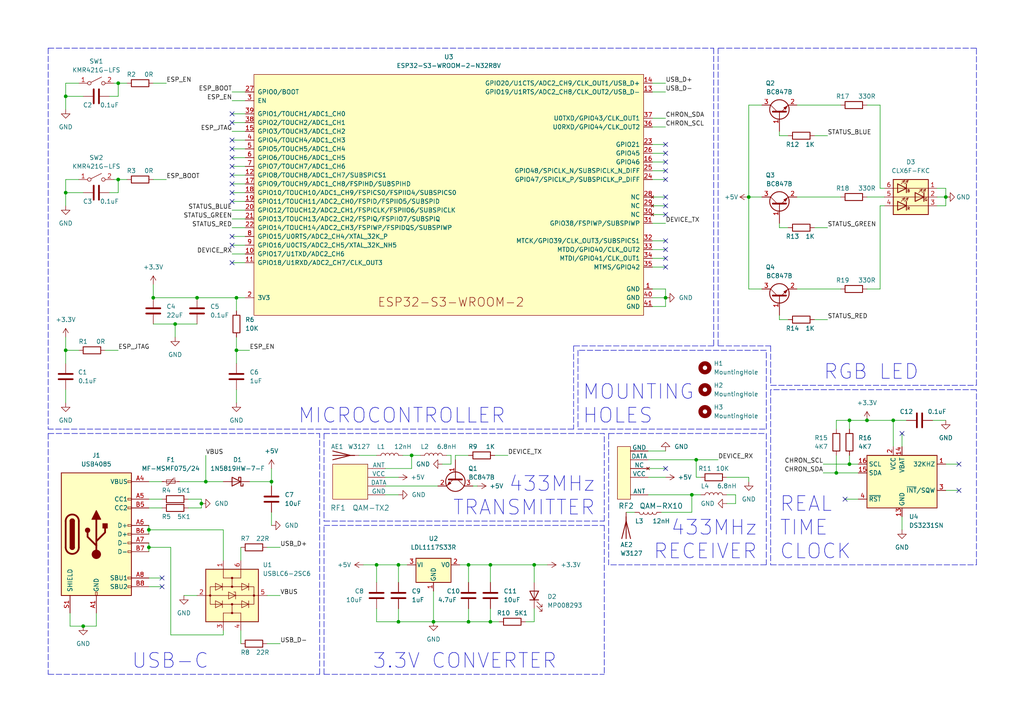
<source format=kicad_sch>
(kicad_sch (version 20211123) (generator eeschema)
  (paper "A4")
  (title_block (title "Quiver") (date "2022-10-29") (rev "v1") (company "Designed by Neoxelox (Alex)"))
  (lib_symbols
    (symbol "CU_Antenna:W3127" (pin_numbers hide) (pin_names (offset 1.016) hide)
      (property "Reference" "AE" (at -1.905 1.905 0))
      (property "Value" "W3127" (at -1.905 0 0))
      (symbol "W3127_1_1"
        (pin input line (at 0 -5.08 90) (length 2.54) (name "A") (number "1"))
      )
    )
    (symbol "CU_Polyfuse:MF-MSMF075-24" (pin_numbers hide) (pin_names (offset 0))
      (property "Reference" "F" (at -1.905 0 90))
      (property "Value" "MF-MSMF075-24" (at 1.905 0 90))
      (symbol "MF-MSMF075-24_1_1"
        (pin passive line (at 0 2.54 270) (length 0.635) (name "~") (number "1"))
        (pin passive line (at 0 -2.54 90) (length 0.635) (name "~") (number "2"))
      )
    )
    (symbol "Connector_GCT:GCT_USB4085" (pin_names (offset 1.016))
      (property "Reference" "J" (at -10.16 19.05 0))
      (property "Value" "GCT_USB4085" (at 19.05 19.05 0))
      (symbol "GCT_USB4085_1_1"
        (pin passive line (at 0 -22.86 90) (length 5.08) (name "GND") (number "A1"))
        (pin passive line (at 0 -22.86 90) (length 5.08) hide (name "GND") (number "A12"))
        (pin passive line (at 15.24 15.24 180) (length 5.08) (name "VBUS") (number "A4"))
        (pin bidirectional line (at 15.24 10.16 180) (length 5.08) (name "CC1") (number "A5"))
        (pin bidirectional line (at 15.24 2.54 180) (length 5.08) (name "D+") (number "A6"))
        (pin bidirectional line (at 15.24 -2.54 180) (length 5.08) (name "D-") (number "A7"))
        (pin bidirectional line (at 15.24 -12.7 180) (length 5.08) (name "SBU1") (number "A8"))
        (pin passive line (at 15.24 15.24 180) (length 5.08) hide (name "VBUS") (number "A9"))
        (pin passive line (at 0 -22.86 90) (length 5.08) hide (name "GND") (number "B1"))
        (pin passive line (at 0 -22.86 90) (length 5.08) hide (name "GND") (number "B12"))
        (pin passive line (at 15.24 15.24 180) (length 5.08) hide (name "VBUS") (number "B4"))
        (pin bidirectional line (at 15.24 7.62 180) (length 5.08) (name "CC2") (number "B5"))
        (pin bidirectional line (at 15.24 0 180) (length 5.08) (name "D+") (number "B6"))
        (pin bidirectional line (at 15.24 -5.08 180) (length 5.08) (name "D-") (number "B7"))
        (pin bidirectional line (at 15.24 -15.24 180) (length 5.08) (name "SBU2") (number "B8"))
        (pin passive line (at 15.24 15.24 180) (length 5.08) hide (name "VBUS") (number "B9"))
        (pin passive line (at -7.62 -22.86 90) (length 5.08) (name "SHIELD") (number "S1"))
      )
    )
    (symbol "Device:C" (pin_numbers hide) (pin_names (offset 0.254))
      (property "Reference" "C" (at 0.635 2.54 0))
      (property "Value" "C" (at 0.635 -2.54 0))
      (symbol "C_1_1"
        (pin passive line (at 0 3.81 270) (length 2.794) (name "~") (number "1"))
        (pin passive line (at 0 -3.81 90) (length 2.794) (name "~") (number "2"))
      )
    )
    (symbol "Device:D_Schottky" (pin_numbers hide) (pin_names (offset 1.016) hide)
      (property "Reference" "D" (at 0 2.54 0))
      (property "Value" "D_Schottky" (at 0 -2.54 0))
      (symbol "D_Schottky_1_1"
        (pin passive line (at -3.81 0 0) (length 2.54) (name "K") (number "1"))
        (pin passive line (at 3.81 0 180) (length 2.54) (name "A") (number "2"))
      )
    )
    (symbol "Device:L" (pin_numbers hide) (pin_names (offset 1.016) hide)
      (property "Reference" "L" (at -1.27 0 90))
      (property "Value" "L" (at 1.905 0 90))
      (symbol "L_1_1"
        (pin passive line (at 0 3.81 270) (length 1.27) (name "1") (number "1"))
        (pin passive line (at 0 -3.81 90) (length 1.27) (name "2") (number "2"))
      )
    )
    (symbol "Device:LED" (pin_numbers hide) (pin_names (offset 1.016) hide)
      (property "Reference" "D" (at 0 2.54 0))
      (property "Value" "LED" (at 0 -2.54 0))
      (symbol "LED_1_1"
        (pin passive line (at -3.81 0 0) (length 2.54) (name "K") (number "1"))
        (pin passive line (at 3.81 0 180) (length 2.54) (name "A") (number "2"))
      )
    )
    (symbol "Device:R" (pin_numbers hide) (pin_names (offset 0))
      (property "Reference" "R" (at 2.032 0 90))
      (property "Value" "R" (at 0 0 90))
      (symbol "R_1_1"
        (pin passive line (at 0 3.81 270) (length 1.27) (name "~") (number "1"))
        (pin passive line (at 0 -3.81 90) (length 1.27) (name "~") (number "2"))
      )
    )
    (symbol "LED_CREE:CLX6F-FKC" (pin_names hide)
      (property "Reference" "D" (at -5.08 6.35 0))
      (property "Value" "CLX6F-FKC" (at -5.08 -6.35 0))
      (symbol "CLX6F-FKC_0_0"
        (text "B" (at -0.635 1.8034 0) (effects (font (size 0.762 0.762))))
        (text "G" (at 4.4196 -0.7112 0) (effects (font (size 0.762 0.762))))
        (text "R" (at -0.635 -3.3274 0) (effects (font (size 0.762 0.762))))
      )
      (symbol "CLX6F-FKC_1_1"
        (pin passive line (at 7.62 2.54 180) (length 2.54) (name "BC") (number "1"))
        (pin passive line (at 7.62 0 180) (length 2.54) (name "GC") (number "2"))
        (pin passive line (at 7.62 -2.54 180) (length 2.54) (name "RC") (number "3"))
        (pin passive line (at -7.62 -2.54 0) (length 2.54) (name "RA") (number "4"))
        (pin passive line (at -7.62 0 0) (length 2.54) (name "GA") (number "5"))
        (pin passive line (at -7.62 2.54 0) (length 2.54) (name "BA") (number "6"))
      )
    )
    (symbol "Mechanical:MountingHole" (pin_names (offset 1.016))
      (property "Reference" "H" (at 0 5.08 0))
      (property "Value" "MountingHole" (at 0 3.175 0))
    )
    (symbol "Power_Protection:USBLC6-2SC6" (pin_names hide)
      (property "Reference" "U" (at 2.54 8.89 0))
      (property "Value" "USBLC6-2SC6" (at 2.54 -8.89 0))
      (symbol "USBLC6-2SC6_1_1"
        (pin passive line (at -10.16 -2.54 0) (length 2.54) (name "I/O1") (number "1"))
        (pin passive line (at 0 -10.16 90) (length 2.54) (name "GND") (number "2"))
        (pin passive line (at 10.16 -2.54 180) (length 2.54) (name "I/O2") (number "3"))
        (pin passive line (at 10.16 2.54 180) (length 2.54) (name "I/O2") (number "4"))
        (pin passive line (at 0 10.16 270) (length 2.54) (name "VBUS") (number "5"))
        (pin passive line (at -10.16 2.54 0) (length 2.54) (name "I/O1") (number "6"))
      )
    )
    (symbol "QAM-RX10_1" (pin_numbers hide) (pin_names (offset 0))
      (property "Reference" "RF" (at 0 13.97 0))
      (property "Value" "QAM-RX10_1" (at 0 11.43 0))
      (symbol "QAM-RX10_1_1_1"
        (pin power_in line (at -1.27 0 90) (length 5.08) (name "VCC") (number "1"))
        (pin no_connect line (at 1.27 0 90) (length 5.08) (name "NC") (number "2"))
        (pin output line (at 3.81 0 90) (length 5.08) (name "DATA") (number "3"))
        (pin power_in line (at 6.35 0 90) (length 5.08) (name "GND") (number "4"))
        (pin input line (at -6.35 0 90) (length 5.08) (name "ANT") (number "5"))
      )
    )
    (symbol "RF_Espressif:ESP32-S3-WROOM-2" (pin_names (offset 1.016))
      (property "Reference" "U" (at 0 35.56 0))
      (property "Value" "ESP32-S3-WROOM-2" (at 0 -36.83 0))
      (symbol "ESP32-S3-WROOM-2_0_0"
        (text "ESP32-S3-WROOM-2" (at 0 -31.75 0) (effects (font (size 2.54 2.54))))
        (pin power_in line (at 58.42 -27.94 180) (length 2.54) (name "GND") (number "1"))
        (pin bidirectional line (at -59.69 -17.78 0) (length 2.54) (name "GPIO17/U1TXD/ADC2_CH6") (number "10"))
        (pin bidirectional line (at -59.69 -20.32 0) (length 2.54) (name "GPIO18/U1RXD/ADC2_CH7/CLK_OUT3") (number "11"))
        (pin bidirectional line (at -59.69 5.08 0) (length 2.54) (name "GPIO8/TOUCH8/ADC1_CH7/SUBSPICS1") (number "12"))
        (pin bidirectional line (at 58.42 29.21 180) (length 2.54) (name "GPIO19/U1RTS/ADC2_CH8/CLK_OUT2/USB_D-") (number "13"))
        (pin bidirectional line (at 58.42 31.75 180) (length 2.54) (name "GPIO20/U1CTS/ADC2_CH9/CLK_OUT1/USB_D+") (number "14"))
        (pin bidirectional line (at -59.69 17.78 0) (length 2.54) (name "GPIO3/TOUCH3/ADC1_CH2") (number "15"))
        (pin bidirectional line (at 58.42 8.89 180) (length 2.54) (name "GPIO46") (number "16"))
        (pin bidirectional line (at -59.69 2.54 0) (length 2.54) (name "GPIO9/TOUCH9/ADC1_CH8/FSPIHD/SUBSPIHD") (number "17"))
        (pin bidirectional line (at -59.69 0 0) (length 2.54) (name "GPIO10/TOUCH10/ADC1_CH9/FSPICS0/FSPIIO4/SUBSPICS0") (number "18"))
        (pin bidirectional line (at -59.69 -2.54 0) (length 2.54) (name "GPIO11/TOUCH11/ADC2_CH0/FSPID/FSPIIO5/SUBSPID") (number "19"))
        (pin power_in line (at -59.69 -30.48 0) (length 2.54) (name "3V3") (number "2"))
        (pin bidirectional line (at -59.69 -5.08 0) (length 2.54) (name "GPIO12/TOUCH12/ADC2_CH1/FSPICLK/FSPIIO6/SUBSPICLK") (number "20"))
        (pin bidirectional line (at -59.69 -7.62 0) (length 2.54) (name "GPIO13/TOUCH13/ADC2_CH2/FSPIQ/FSPIIO7/SUBSPIQ") (number "21"))
        (pin bidirectional line (at -59.69 -10.16 0) (length 2.54) (name "GPIO14/TOUCH14/ADC2_CH3/FSPIWP/FSPIDQS/SUBSPIWP") (number "22"))
        (pin bidirectional line (at 58.42 13.97 180) (length 2.54) (name "GPIO21") (number "23"))
        (pin bidirectional line (at 58.42 3.81 180) (length 2.54) (name "GPIO47/SPICLK_P/SUBSPICLK_P_DIFF") (number "24"))
        (pin bidirectional line (at 58.42 6.35 180) (length 2.54) (name "GPIO48/SPICLK_N/SUBSPICLK_N_DIFF") (number "25"))
        (pin bidirectional line (at 58.42 11.43 180) (length 2.54) (name "GPIO45") (number "26"))
        (pin bidirectional line (at -59.69 29.21 0) (length 2.54) (name "GPIO0/BOOT") (number "27"))
        (pin no_connect line (at 58.42 -1.27 180) (length 2.54) (name "NC") (number "28"))
        (pin no_connect line (at 58.42 -3.81 180) (length 2.54) (name "NC") (number "29"))
        (pin input line (at -59.69 26.67 0) (length 2.54) (name "EN") (number "3"))
        (pin no_connect line (at 58.42 -6.35 180) (length 2.54) (name "NC") (number "30"))
        (pin bidirectional line (at 58.42 -8.89 180) (length 2.54) (name "GPIO38/FSPIWP/SUBSPIWP") (number "31"))
        (pin bidirectional line (at 58.42 -13.97 180) (length 2.54) (name "MTCK/GPIO39/CLK_OUT3/SUBSPICS1") (number "32"))
        (pin bidirectional line (at 58.42 -16.51 180) (length 2.54) (name "MTDO/GPIO40/CLK_OUT2") (number "33"))
        (pin bidirectional line (at 58.42 -19.05 180) (length 2.54) (name "MTDI/GPIO41/CLK_OUT1") (number "34"))
        (pin bidirectional line (at 58.42 -21.59 180) (length 2.54) (name "MTMS/GPIO42") (number "35"))
        (pin bidirectional line (at 58.42 19.05 180) (length 2.54) (name "U0RXD/GPIO44/CLK_OUT2") (number "36"))
        (pin bidirectional line (at 58.42 21.59 180) (length 2.54) (name "U0TXD/GPIO43/CLK_OUT1") (number "37"))
        (pin bidirectional line (at -59.69 20.32 0) (length 2.54) (name "GPIO2/TOUCH2/ADC1_CH1") (number "38"))
        (pin bidirectional line (at -59.69 22.86 0) (length 2.54) (name "GPIO1/TOUCH1/ADC1_CH0") (number "39"))
        (pin bidirectional line (at -59.69 15.24 0) (length 2.54) (name "GPIO4/TOUCH4/ADC1_CH3") (number "4"))
        (pin power_in line (at 58.42 -30.48 180) (length 2.54) (name "GND") (number "40"))
        (pin power_in line (at 58.42 -33.02 180) (length 2.54) (name "GND") (number "41"))
        (pin bidirectional line (at -59.69 12.7 0) (length 2.54) (name "GPIO5/TOUCH5/ADC1_CH4") (number "5"))
        (pin bidirectional line (at -59.69 10.16 0) (length 2.54) (name "GPIO6/TOUCH6/ADC1_CH5") (number "6"))
        (pin bidirectional line (at -59.69 7.62 0) (length 2.54) (name "GPIO7/TOUCH7/ADC1_CH6") (number "7"))
        (pin bidirectional line (at -59.69 -12.7 0) (length 2.54) (name "GPIO15/U0RTS/ADC2_CH4/XTAL_32K_P") (number "8"))
        (pin bidirectional line (at -59.69 -15.24 0) (length 2.54) (name "GPIO16/U0CTS/ADC2_CH5/XTAL_32K_NH5") (number "9"))
      )
    )
    (symbol "RF_Quasar:QAM-TX2" (pin_numbers hide) (pin_names (offset 0))
      (property "Reference" "RF" (at 0 20.32 0))
      (property "Value" "QAM-TX2" (at 0 17.78 0))
      (symbol "QAM-TX2_1_1"
        (pin power_in line (at -3.81 0 90) (length 3.81) (name "GND") (number "1"))
        (pin input line (at -1.27 0 90) (length 3.81) (name "DATA") (number "2"))
        (pin power_in line (at 1.27 0 90) (length 3.81) (name "VCC") (number "3"))
        (pin input line (at 3.81 0 90) (length 3.81) (name "ANT") (number "4"))
      )
    )
    (symbol "Regulator_Linear:LD1117S33TR_SOT223" (pin_names (offset 0.254))
      (property "Reference" "U" (at -3.81 3.175 0))
      (property "Value" "LD1117S33TR_SOT223" (at 0 3.175 0))
      (symbol "LD1117S33TR_SOT223_1_1"
        (pin power_in line (at 0 -7.62 90) (length 2.54) (name "GND") (number "1"))
        (pin power_out line (at 7.62 0 180) (length 2.54) (name "VO") (number "2"))
        (pin power_in line (at -7.62 0 0) (length 2.54) (name "VI") (number "3"))
      )
    )
    (symbol "Switch_KMR:KMR421G-LFS" (pin_names (offset 0) hide)
      (property "Reference" "SW" (at 0 3.175 0))
      (property "Value" "KMR421G-LFS" (at 0 -2.54 0))
      (symbol "KMR421G-LFS_1_1"
        (pin passive line (at -5.08 0 0) (length 2.54) (name "A") (number "1"))
        (pin passive line (at 5.08 0 180) (length 2.54) (name "B") (number "2"))
      )
    )
    (symbol "Timer_RTC:DS3231M"
      (property "Reference" "U" (at -7.62 8.89 0))
      (property "Value" "DS3231M" (at 10.16 8.89 0))
      (symbol "DS3231M_1_1"
        (pin open_collector line (at 12.7 5.08 180) (length 2.54) (name "32KHZ") (number "1"))
        (pin passive line (at 0 -10.16 90) (length 2.54) hide (name "GND") (number "10"))
        (pin passive line (at 0 -10.16 90) (length 2.54) hide (name "GND") (number "11"))
        (pin passive line (at 0 -10.16 90) (length 2.54) hide (name "GND") (number "12"))
        (pin power_in line (at 0 -10.16 90) (length 2.54) (name "GND") (number "13"))
        (pin power_in line (at 0 10.16 270) (length 2.54) (name "VBAT") (number "14"))
        (pin bidirectional line (at -12.7 2.54 0) (length 2.54) (name "SDA") (number "15"))
        (pin input line (at -12.7 5.08 0) (length 2.54) (name "SCL") (number "16"))
        (pin power_in line (at -2.54 10.16 270) (length 2.54) (name "VCC") (number "2"))
        (pin open_collector line (at 12.7 -2.54 180) (length 2.54) (name "~{INT}/SQW") (number "3"))
        (pin bidirectional line (at -12.7 -5.08 0) (length 2.54) (name "~{RST}") (number "4"))
        (pin passive line (at 0 -10.16 90) (length 2.54) hide (name "GND") (number "5"))
        (pin passive line (at 0 -10.16 90) (length 2.54) hide (name "GND") (number "6"))
        (pin passive line (at 0 -10.16 90) (length 2.54) hide (name "GND") (number "7"))
        (pin passive line (at 0 -10.16 90) (length 2.54) hide (name "GND") (number "8"))
        (pin passive line (at 0 -10.16 90) (length 2.54) hide (name "GND") (number "9"))
      )
    )
    (symbol "Transistor_BJT:BC847" (pin_names (offset 0) hide)
      (property "Reference" "Q" (at 5.08 1.905 0))
      (property "Value" "BC847" (at 5.08 0 0))
      (symbol "BC847_1_1"
        (pin input line (at -5.08 0 0) (length 5.715) (name "B") (number "1"))
        (pin passive line (at 2.54 -5.08 90) (length 2.54) (name "E") (number "2"))
        (pin passive line (at 2.54 5.08 270) (length 2.54) (name "C") (number "3"))
      )
    )
    (symbol "power:+3.3V" (power) (pin_names (offset 0))
      (property "Value" "+3.3V" (at 0 3.556 0))
      (symbol "+3.3V_1_1"
        (pin power_in line (at 0 0 90) (length 0) hide (name "+3.3V") (number "1"))
      )
    )
    (symbol "power:+5V" (power) (pin_names (offset 0))
      (property "Value" "+5V" (at 0 3.556 0))
      (symbol "+5V_1_1"
        (pin power_in line (at 0 0 90) (length 0) hide (name "+5V") (number "1"))
      )
    )
    (symbol "power:GND" (power) (pin_names (offset 0))
      (property "Value" "GND" (at 0 -3.81 0))
      (symbol "GND_1_1"
        (pin power_in line (at 0 0 270) (length 0) hide (name "GND") (number "1"))
      )
    )
  )
  (junction (at 246.38 134.62))
  (junction (at 142.24 180.34))
  (junction (at 43.18 158.75))
  (junction (at 115.57 180.34))
  (junction (at 19.05 55.88))
  (junction (at 142.24 163.83))
  (junction (at 68.58 101.6))
  (junction (at 24.13 181.61))
  (junction (at 68.58 86.36))
  (junction (at 119.38 132.08))
  (junction (at 259.08 121.92))
  (junction (at 78.74 139.7))
  (junction (at 115.57 163.83))
  (junction (at 50.8 93.98))
  (junction (at 125.73 180.34))
  (junction (at 43.18 153.67))
  (junction (at 242.57 137.16))
  (junction (at 58.42 146.05))
  (junction (at 19.05 101.6))
  (junction (at 154.94 163.83))
  (junction (at 44.45 86.36))
  (junction (at 274.32 57.15))
  (junction (at 193.04 86.36))
  (junction (at 201.93 133.35))
  (junction (at 34.29 24.13))
  (junction (at 57.15 86.36))
  (junction (at 109.22 163.83))
  (junction (at 135.89 180.34))
  (junction (at 34.29 52.07))
  (junction (at 217.17 57.15))
  (junction (at 251.46 121.92))
  (junction (at 135.89 163.83))
  (junction (at 246.38 121.92))
  (junction (at 19.05 27.94))
  (junction (at 200.66 143.51))
  (junction (at 59.69 139.7))
  (no_connect (at 67.31 33.02))
  (no_connect (at 67.31 50.8))
  (no_connect (at 67.31 53.34))
  (no_connect (at 67.31 55.88))
  (no_connect (at 67.31 58.42))
  (no_connect (at 67.31 48.26))
  (no_connect (at 67.31 76.2))
  (no_connect (at 193.04 74.93))
  (no_connect (at 193.04 69.85))
  (no_connect (at 193.04 77.47))
  (no_connect (at 193.04 72.39))
  (no_connect (at 193.04 62.23))
  (no_connect (at 193.04 57.15))
  (no_connect (at 193.04 59.69))
  (no_connect (at 193.04 49.53))
  (no_connect (at 193.04 46.99))
  (no_connect (at 193.04 44.45))
  (no_connect (at 193.04 41.91))
  (no_connect (at 193.04 52.07))
  (no_connect (at 67.31 40.64))
  (no_connect (at 67.31 68.58))
  (no_connect (at 245.11 144.78))
  (no_connect (at 278.13 134.62))
  (no_connect (at 278.13 142.24))
  (no_connect (at 261.62 125.73))
  (no_connect (at 67.31 45.72))
  (no_connect (at 193.04 135.89))
  (no_connect (at 67.31 35.56))
  (no_connect (at 46.99 170.18))
  (no_connect (at 46.99 167.64))
  (no_connect (at 67.31 71.12))
  (no_connect (at 67.31 43.18))
  (wire (pts (xy 64.77 182.88) (xy 64.77 184.15)))
  (polyline (pts (xy 222.25 124.46) (xy 222.25 101.6)))
  (wire (pts (xy 193.04 83.82) (xy 193.04 86.36)))
  (wire (pts (xy 236.22 92.71) (xy 240.03 92.71)))
  (wire (pts (xy 57.15 172.72) (xy 53.34 172.72)))
  (polyline (pts (xy 13.97 13.97) (xy 207.01 13.97)))
  (polyline (pts (xy 176.53 125.73) (xy 222.25 125.73)))
  (wire (pts (xy 210.82 138.43) (xy 217.17 138.43)))
  (wire (pts (xy 189.23 72.39) (xy 193.04 72.39)))
  (wire (pts (xy 125.73 171.45) (xy 125.73 180.34)))
  (wire (pts (xy 44.45 86.36) (xy 57.15 86.36)))
  (wire (pts (xy 135.89 132.08) (xy 132.08 132.08)))
  (wire (pts (xy 187.96 133.35) (xy 201.93 133.35)))
  (wire (pts (xy 109.22 176.53) (xy 109.22 180.34)))
  (wire (pts (xy 189.23 86.36) (xy 193.04 86.36)))
  (wire (pts (xy 246.38 121.92) (xy 251.46 121.92)))
  (wire (pts (xy 111.76 143.51) (xy 115.57 143.51)))
  (wire (pts (xy 67.31 68.58) (xy 71.12 68.58)))
  (wire (pts (xy 19.05 101.6) (xy 19.05 105.41)))
  (wire (pts (xy 143.51 132.08) (xy 147.32 132.08)))
  (wire (pts (xy 67.31 35.56) (xy 71.12 35.56)))
  (wire (pts (xy 77.47 158.75) (xy 81.28 158.75)))
  (wire (pts (xy 200.66 143.51) (xy 203.2 143.51)))
  (wire (pts (xy 54.61 147.32) (xy 58.42 147.32)))
  (wire (pts (xy 189.23 46.99) (xy 193.04 46.99)))
  (wire (pts (xy 189.23 26.67) (xy 193.04 26.67)))
  (wire (pts (xy 44.45 93.98) (xy 50.8 93.98)))
  (wire (pts (xy 135.89 176.53) (xy 135.89 180.34)))
  (wire (pts (xy 43.18 157.48) (xy 43.18 158.75)))
  (wire (pts (xy 189.23 83.82) (xy 193.04 83.82)))
  (wire (pts (xy 189.23 64.77) (xy 193.04 64.77)))
  (wire (pts (xy 259.08 121.92) (xy 259.08 129.54)))
  (wire (pts (xy 67.31 29.21) (xy 71.12 29.21)))
  (wire (pts (xy 226.06 66.04) (xy 228.6 66.04)))
  (wire (pts (xy 231.14 30.48) (xy 243.84 30.48)))
  (wire (pts (xy 226.06 64.77) (xy 226.06 66.04)))
  (wire (pts (xy 34.29 27.94) (xy 34.29 24.13)))
  (wire (pts (xy 34.29 55.88) (xy 34.29 52.07)))
  (polyline (pts (xy 93.98 125.73) (xy 93.98 151.13)))
  (polyline (pts (xy 167.64 124.46) (xy 222.25 124.46)))
  (polyline (pts (xy 13.97 125.73) (xy 13.97 195.58)))
  (wire (pts (xy 210.82 143.51) (xy 213.36 143.51)))
  (wire (pts (xy 256.54 54.61) (xy 255.27 54.61)))
  (wire (pts (xy 69.85 158.75) (xy 69.85 162.56)))
  (polyline (pts (xy 167.64 101.6) (xy 167.64 124.46)))
  (wire (pts (xy 67.31 60.96) (xy 71.12 60.96)))
  (wire (pts (xy 19.05 27.94) (xy 19.05 31.75)))
  (wire (pts (xy 68.58 86.36) (xy 71.12 86.36)))
  (wire (pts (xy 111.76 138.43) (xy 115.57 138.43)))
  (wire (pts (xy 67.31 58.42) (xy 71.12 58.42)))
  (wire (pts (xy 77.47 186.69) (xy 81.28 186.69)))
  (wire (pts (xy 34.29 52.07) (xy 36.83 52.07)))
  (wire (pts (xy 24.13 27.94) (xy 19.05 27.94)))
  (wire (pts (xy 154.94 180.34) (xy 152.4 180.34)))
  (wire (pts (xy 255.27 54.61) (xy 255.27 30.48)))
  (wire (pts (xy 154.94 176.53) (xy 154.94 180.34)))
  (polyline (pts (xy 223.52 111.76) (xy 283.21 111.76)))
  (wire (pts (xy 67.31 55.88) (xy 71.12 55.88)))
  (wire (pts (xy 50.8 93.98) (xy 50.8 97.79)))
  (wire (pts (xy 217.17 83.82) (xy 220.98 83.82)))
  (wire (pts (xy 274.32 142.24) (xy 278.13 142.24)))
  (wire (pts (xy 78.74 148.59) (xy 78.74 152.4)))
  (wire (pts (xy 44.45 52.07) (xy 48.26 52.07)))
  (wire (pts (xy 52.07 139.7) (xy 59.69 139.7)))
  (wire (pts (xy 256.54 59.69) (xy 255.27 59.69)))
  (wire (pts (xy 115.57 163.83) (xy 118.11 163.83)))
  (wire (pts (xy 67.31 40.64) (xy 71.12 40.64)))
  (wire (pts (xy 24.13 55.88) (xy 19.05 55.88)))
  (wire (pts (xy 109.22 180.34) (xy 115.57 180.34)))
  (wire (pts (xy 59.69 132.08) (xy 59.69 139.7)))
  (wire (pts (xy 246.38 124.46) (xy 246.38 121.92)))
  (wire (pts (xy 34.29 24.13) (xy 36.83 24.13)))
  (polyline (pts (xy 283.21 13.97) (xy 208.28 13.97)))
  (polyline (pts (xy 283.21 163.83) (xy 283.21 113.03)))
  (wire (pts (xy 115.57 180.34) (xy 125.73 180.34)))
  (wire (pts (xy 67.31 43.18) (xy 71.12 43.18)))
  (wire (pts (xy 255.27 83.82) (xy 251.46 83.82)))
  (wire (pts (xy 115.57 163.83) (xy 115.57 168.91)))
  (polyline (pts (xy 176.53 125.73) (xy 176.53 163.83)))
  (wire (pts (xy 68.58 101.6) (xy 72.39 101.6)))
  (wire (pts (xy 142.24 163.83) (xy 154.94 163.83)))
  (wire (pts (xy 154.94 163.83) (xy 154.94 168.91)))
  (wire (pts (xy 116.84 132.08) (xy 119.38 132.08)))
  (wire (pts (xy 261.62 149.86) (xy 261.62 153.67)))
  (wire (pts (xy 189.23 34.29) (xy 193.04 34.29)))
  (wire (pts (xy 67.31 50.8) (xy 71.12 50.8)))
  (wire (pts (xy 67.31 48.26) (xy 71.12 48.26)))
  (wire (pts (xy 271.78 57.15) (xy 274.32 57.15)))
  (wire (pts (xy 217.17 83.82) (xy 217.17 57.15)))
  (wire (pts (xy 189.23 52.07) (xy 193.04 52.07)))
  (polyline (pts (xy 166.37 100.33) (xy 166.37 124.46)))
  (wire (pts (xy 274.32 54.61) (xy 274.32 57.15)))
  (wire (pts (xy 226.06 91.44) (xy 226.06 92.71)))
  (polyline (pts (xy 283.21 113.03) (xy 223.52 113.03)))
  (wire (pts (xy 111.76 135.89) (xy 119.38 135.89)))
  (wire (pts (xy 137.16 140.97) (xy 138.43 140.97)))
  (wire (pts (xy 68.58 86.36) (xy 68.58 90.17)))
  (wire (pts (xy 274.32 134.62) (xy 278.13 134.62)))
  (wire (pts (xy 246.38 132.08) (xy 246.38 134.62)))
  (wire (pts (xy 24.13 181.61) (xy 27.94 181.61)))
  (wire (pts (xy 43.18 170.18) (xy 46.99 170.18)))
  (wire (pts (xy 119.38 132.08) (xy 119.38 135.89)))
  (polyline (pts (xy 222.25 163.83) (xy 176.53 163.83)))
  (wire (pts (xy 67.31 76.2) (xy 71.12 76.2)))
  (wire (pts (xy 22.86 24.13) (xy 19.05 24.13)))
  (wire (pts (xy 255.27 30.48) (xy 251.46 30.48)))
  (wire (pts (xy 189.23 62.23) (xy 193.04 62.23)))
  (polyline (pts (xy 92.71 195.58) (xy 92.71 125.73)))
  (wire (pts (xy 58.42 144.78) (xy 58.42 146.05)))
  (wire (pts (xy 19.05 101.6) (xy 22.86 101.6)))
  (wire (pts (xy 132.08 132.08) (xy 132.08 133.35)))
  (polyline (pts (xy 223.52 100.33) (xy 223.52 111.76)))
  (wire (pts (xy 67.31 33.02) (xy 71.12 33.02)))
  (wire (pts (xy 238.76 137.16) (xy 242.57 137.16)))
  (wire (pts (xy 259.08 121.92) (xy 262.89 121.92)))
  (wire (pts (xy 217.17 57.15) (xy 220.98 57.15)))
  (wire (pts (xy 67.31 38.1) (xy 71.12 38.1)))
  (wire (pts (xy 43.18 152.4) (xy 43.18 153.67)))
  (wire (pts (xy 109.22 163.83) (xy 109.22 168.91)))
  (wire (pts (xy 130.81 132.08) (xy 130.81 134.62)))
  (wire (pts (xy 251.46 57.15) (xy 256.54 57.15)))
  (wire (pts (xy 119.38 132.08) (xy 121.92 132.08)))
  (wire (pts (xy 34.29 55.88) (xy 31.75 55.88)))
  (wire (pts (xy 245.11 144.78) (xy 248.92 144.78)))
  (wire (pts (xy 43.18 147.32) (xy 46.99 147.32)))
  (wire (pts (xy 49.53 184.15) (xy 64.77 184.15)))
  (wire (pts (xy 104.14 132.08) (xy 109.22 132.08)))
  (wire (pts (xy 189.23 77.47) (xy 193.04 77.47)))
  (wire (pts (xy 43.18 158.75) (xy 43.18 160.02)))
  (wire (pts (xy 189.23 44.45) (xy 193.04 44.45)))
  (wire (pts (xy 67.31 63.5) (xy 71.12 63.5)))
  (polyline (pts (xy 175.26 151.13) (xy 175.26 125.73)))
  (wire (pts (xy 231.14 83.82) (xy 243.84 83.82)))
  (wire (pts (xy 27.94 177.8) (xy 27.94 181.61)))
  (wire (pts (xy 187.96 135.89) (xy 193.04 135.89)))
  (wire (pts (xy 54.61 144.78) (xy 58.42 144.78)))
  (wire (pts (xy 43.18 139.7) (xy 46.99 139.7)))
  (wire (pts (xy 135.89 163.83) (xy 142.24 163.83)))
  (wire (pts (xy 30.48 101.6) (xy 34.29 101.6)))
  (wire (pts (xy 67.31 53.34) (xy 71.12 53.34)))
  (wire (pts (xy 189.23 36.83) (xy 193.04 36.83)))
  (wire (pts (xy 44.45 24.13) (xy 48.26 24.13)))
  (wire (pts (xy 189.23 57.15) (xy 193.04 57.15)))
  (wire (pts (xy 191.77 148.59) (xy 200.66 148.59)))
  (wire (pts (xy 81.28 172.72) (xy 77.47 172.72)))
  (polyline (pts (xy 166.37 124.46) (xy 13.97 124.46)))
  (wire (pts (xy 67.31 26.67) (xy 71.12 26.67)))
  (wire (pts (xy 43.18 158.75) (xy 49.53 158.75)))
  (wire (pts (xy 217.17 30.48) (xy 217.17 57.15)))
  (polyline (pts (xy 208.28 100.33) (xy 223.52 100.33)))
  (wire (pts (xy 213.36 143.51) (xy 213.36 146.05)))
  (wire (pts (xy 22.86 52.07) (xy 19.05 52.07)))
  (wire (pts (xy 189.23 49.53) (xy 193.04 49.53)))
  (wire (pts (xy 50.8 93.98) (xy 57.15 93.98)))
  (wire (pts (xy 115.57 176.53) (xy 115.57 180.34)))
  (wire (pts (xy 226.06 38.1) (xy 226.06 39.37)))
  (wire (pts (xy 67.31 73.66) (xy 71.12 73.66)))
  (polyline (pts (xy 222.25 101.6) (xy 167.64 101.6)))
  (wire (pts (xy 34.29 27.94) (xy 31.75 27.94)))
  (polyline (pts (xy 222.25 125.73) (xy 222.25 163.83)))
  (wire (pts (xy 220.98 30.48) (xy 217.17 30.48)))
  (polyline (pts (xy 208.28 13.97) (xy 208.28 100.33)))
  (wire (pts (xy 19.05 24.13) (xy 19.05 27.94)))
  (wire (pts (xy 201.93 138.43) (xy 203.2 138.43)))
  (wire (pts (xy 261.62 125.73) (xy 261.62 129.54)))
  (wire (pts (xy 251.46 121.92) (xy 259.08 121.92)))
  (wire (pts (xy 242.57 132.08) (xy 242.57 137.16)))
  (wire (pts (xy 181.61 148.59) (xy 184.15 148.59)))
  (wire (pts (xy 135.89 163.83) (xy 135.89 168.91)))
  (wire (pts (xy 242.57 124.46) (xy 242.57 121.92)))
  (polyline (pts (xy 13.97 13.97) (xy 13.97 124.46)))
  (wire (pts (xy 271.78 59.69) (xy 274.32 59.69)))
  (wire (pts (xy 69.85 182.88) (xy 69.85 186.69)))
  (polyline (pts (xy 93.98 195.58) (xy 175.26 195.58)))
  (wire (pts (xy 217.17 138.43) (xy 217.17 139.7)))
  (polyline (pts (xy 93.98 151.13) (xy 175.26 151.13)))
  (wire (pts (xy 19.05 52.07) (xy 19.05 55.88)))
  (polyline (pts (xy 283.21 111.76) (xy 283.21 13.97)))
  (wire (pts (xy 49.53 158.75) (xy 49.53 184.15)))
  (wire (pts (xy 236.22 66.04) (xy 240.03 66.04)))
  (polyline (pts (xy 13.97 195.58) (xy 92.71 195.58)))
  (wire (pts (xy 246.38 134.62) (xy 248.92 134.62)))
  (wire (pts (xy 33.02 52.07) (xy 34.29 52.07)))
  (wire (pts (xy 68.58 113.03) (xy 68.58 116.84)))
  (wire (pts (xy 226.06 39.37) (xy 228.6 39.37)))
  (wire (pts (xy 154.94 163.83) (xy 158.75 163.83)))
  (wire (pts (xy 58.42 146.05) (xy 58.42 147.32)))
  (wire (pts (xy 105.41 163.83) (xy 109.22 163.83)))
  (wire (pts (xy 187.96 143.51) (xy 200.66 143.51)))
  (wire (pts (xy 226.06 92.71) (xy 228.6 92.71)))
  (wire (pts (xy 78.74 135.89) (xy 78.74 139.7)))
  (wire (pts (xy 67.31 45.72) (xy 71.12 45.72)))
  (polyline (pts (xy 93.98 195.58) (xy 93.98 152.4)))
  (wire (pts (xy 236.22 39.37) (xy 240.03 39.37)))
  (wire (pts (xy 44.45 82.55) (xy 44.45 86.36)))
  (wire (pts (xy 189.23 88.9) (xy 193.04 88.9)))
  (wire (pts (xy 142.24 176.53) (xy 142.24 180.34)))
  (wire (pts (xy 130.81 134.62) (xy 128.27 134.62)))
  (polyline (pts (xy 207.01 13.97) (xy 207.01 100.33)))
  (wire (pts (xy 43.18 153.67) (xy 43.18 154.94)))
  (wire (pts (xy 72.39 139.7) (xy 78.74 139.7)))
  (wire (pts (xy 67.31 66.04) (xy 71.12 66.04)))
  (wire (pts (xy 187.96 130.81) (xy 193.04 130.81)))
  (wire (pts (xy 189.23 59.69) (xy 193.04 59.69)))
  (wire (pts (xy 20.32 177.8) (xy 20.32 181.61)))
  (wire (pts (xy 43.18 153.67) (xy 64.77 153.67)))
  (wire (pts (xy 200.66 143.51) (xy 200.66 148.59)))
  (wire (pts (xy 33.02 24.13) (xy 34.29 24.13)))
  (wire (pts (xy 68.58 101.6) (xy 68.58 105.41)))
  (wire (pts (xy 189.23 24.13) (xy 193.04 24.13)))
  (wire (pts (xy 43.18 144.78) (xy 46.99 144.78)))
  (polyline (pts (xy 93.98 152.4) (xy 175.26 152.4)))
  (wire (pts (xy 78.74 139.7) (xy 78.74 140.97)))
  (wire (pts (xy 64.77 153.67) (xy 64.77 162.56)))
  (polyline (pts (xy 93.98 125.73) (xy 175.26 125.73)))
  (wire (pts (xy 142.24 163.83) (xy 142.24 168.91)))
  (wire (pts (xy 68.58 97.79) (xy 68.58 101.6)))
  (wire (pts (xy 129.54 132.08) (xy 130.81 132.08)))
  (wire (pts (xy 210.82 146.05) (xy 213.36 146.05)))
  (wire (pts (xy 231.14 57.15) (xy 243.84 57.15)))
  (wire (pts (xy 59.69 139.7) (xy 64.77 139.7)))
  (wire (pts (xy 271.78 54.61) (xy 274.32 54.61)))
  (wire (pts (xy 242.57 121.92) (xy 246.38 121.92)))
  (wire (pts (xy 19.05 97.79) (xy 19.05 101.6)))
  (wire (pts (xy 43.18 167.64) (xy 46.99 167.64)))
  (polyline (pts (xy 175.26 152.4) (xy 175.26 195.58)))
  (wire (pts (xy 189.23 69.85) (xy 193.04 69.85)))
  (wire (pts (xy 135.89 180.34) (xy 142.24 180.34)))
  (polyline (pts (xy 13.97 125.73) (xy 92.71 125.73)))
  (wire (pts (xy 238.76 134.62) (xy 246.38 134.62)))
  (wire (pts (xy 187.96 138.43) (xy 193.04 138.43)))
  (wire (pts (xy 133.35 163.83) (xy 135.89 163.83)))
  (polyline (pts (xy 223.52 163.83) (xy 283.21 163.83)))
  (wire (pts (xy 274.32 57.15) (xy 274.32 59.69)))
  (wire (pts (xy 189.23 74.93) (xy 193.04 74.93)))
  (wire (pts (xy 57.15 86.36) (xy 68.58 86.36)))
  (wire (pts (xy 109.22 163.83) (xy 115.57 163.83)))
  (wire (pts (xy 19.05 113.03) (xy 19.05 116.84)))
  (wire (pts (xy 193.04 86.36) (xy 193.04 88.9)))
  (polyline (pts (xy 207.01 100.33) (xy 166.37 100.33)))
  (wire (pts (xy 201.93 133.35) (xy 208.28 133.35)))
  (wire (pts (xy 142.24 180.34) (xy 144.78 180.34)))
  (wire (pts (xy 20.32 181.61) (xy 24.13 181.61)))
  (wire (pts (xy 242.57 137.16) (xy 248.92 137.16)))
  (wire (pts (xy 125.73 180.34) (xy 135.89 180.34)))
  (wire (pts (xy 111.76 140.97) (xy 127 140.97)))
  (wire (pts (xy 270.51 121.92) (xy 274.32 121.92)))
  (wire (pts (xy 19.05 55.88) (xy 19.05 59.69)))
  (wire (pts (xy 189.23 41.91) (xy 193.04 41.91)))
  (wire (pts (xy 255.27 59.69) (xy 255.27 83.82)))
  (polyline (pts (xy 223.52 113.03) (xy 223.52 163.83)))
  (wire (pts (xy 67.31 71.12) (xy 71.12 71.12)))
  (wire (pts (xy 201.93 133.35) (xy 201.93 138.43)))
  (text "USB-C" (at 38.1 194.31 0) (effects (font (size 4.27 4.27)) (justify left bottom)))
  (text "MICROCONTROLLER" (at 86.36 123.19 0) (effects (font (size 4.27 4.27)) (justify left bottom)))
  (text "MOUNTING\nHOLES" (at 168.91 123.19 0) (effects (font (size 4.27 4.27)) (justify left bottom)))
  (text "RGB LED" (at 238.76 110.49 0) (effects (font (size 4.27 4.27)) (justify left bottom)))
  (text "REAL\nTIME\nCLOCK" (at 226.06 162.56 0) (effects (font (size 4.27 4.27)) (justify left bottom)))
  (text "  433MHz\nRECEIVER" (at 219.71 162.56 180) (effects (font (size 4.27 4.27)) (justify right bottom)))
  (text "     433MHz\nTRANSMITTER" (at 172.72 149.86 180) (effects (font (size 4.27 4.27)) (justify right bottom)))
  (text "3.3V CONVERTER" (at 107.95 194.31 0) (effects (font (size 4.27 4.27)) (justify left bottom)))
  (label "CHRON_SDA" (at 193.04 34.29 0))
  (label "USB_D+" (at 193.04 24.13 0))
  (label "DEVICE_TX" (at 147.32 132.08 0))
  (label "ESP_EN" (at 67.31 29.21 180))
  (label "ESP_BOOT" (at 48.26 52.07 0))
  (label "USB_D-" (at 81.28 186.69 0))
  (label "STATUS_RED" (at 240.03 92.71 0))
  (label "DEVICE_RX" (at 67.31 73.66 180))
  (label "ESP_EN" (at 48.26 24.13 0))
  (label "VBUS" (at 81.28 172.72 0))
  (label "CHRON_SDA" (at 238.76 137.16 180))
  (label "STATUS_RED" (at 67.31 66.04 180))
  (label "STATUS_GREEN" (at 67.31 63.5 180))
  (label "STATUS_GREEN" (at 240.03 66.04 0))
  (label "ESP_BOOT" (at 67.31 26.67 180))
  (label "CHRON_SCL" (at 193.04 36.83 0))
  (label "ESP_JTAG" (at 67.31 38.1 180))
  (label "VBUS" (at 59.69 132.08 0))
  (label "DEVICE_TX" (at 193.04 64.77 0))
  (label "USB_D+" (at 81.28 158.75 0))
  (label "CHRON_SCL" (at 238.76 134.62 180))
  (label "USB_D-" (at 193.04 26.67 0))
  (label "STATUS_BLUE" (at 67.31 60.96 180))
  (label "ESP_JTAG" (at 34.29 101.6 0))
  (label "STATUS_BLUE" (at 240.03 39.37 0))
  (label "ESP_EN" (at 72.39 101.6 0))
  (label "DEVICE_RX" (at 208.28 133.35 0))
  (symbol (lib_id "Device:C") (at 142.24 172.72 0) (unit 1)
    (property "Reference" "C11" (at 146.05 171.4499 0) (effects (justify left)))
    (property "Value" "10uF" (at 146.05 173.9899 0) (effects (justify left)))
    (property "Footprint" "Capacitor_SMD:C_0805_2012Metric" (effects hide))
  )
  (symbol (lib_id "Device:C") (at 115.57 172.72 0) (unit 1)
    (property "Reference" "C9" (at 119.38 171.4499 0) (effects (justify left)))
    (property "Value" "1uF" (at 119.38 173.9899 0) (effects (justify left)))
    (property "Footprint" "Capacitor_SMD:C_0805_2012Metric" (effects hide))
  )
  (symbol (lib_id "Switch_KMR:KMR421G-LFS") (at 27.94 52.07 0) (unit 1)
    (property "Reference" "SW2" (at 27.94 45.72 0))
    (property "Value" "KMR421G-LFS" (at 27.94 48.26 0))
    (property "Footprint" "Switch_KMR:KMR421G-LFS" (effects hide))
  )
  (symbol (lib_id "power:+3.3V") (at 251.46 121.92 0) (unit 1)
    (property "Reference" "#PWR0125" (effects hide))
    (property "Value" "+3.3V" (at 251.46 116.84 0))
  )
  (symbol (lib_id "Device:R") (at 148.59 180.34 90) (unit 1)
    (property "Reference" "R10" (at 146.05 177.8 90))
    (property "Value" "5K1" (at 151.13 177.8 90))
    (property "Footprint" "Resistor_SMD:R_0805_2012Metric" (effects hide))
  )
  (symbol (lib_id "Power_Protection:USBLC6-2SC6") (at 67.31 172.72 270) (unit 1)
    (property "Reference" "U1" (at 76.2 163.83 90) (effects (justify left)))
    (property "Value" "USBLC6-2SC6" (at 76.2 166.37 90) (effects (justify left)))
    (property "Footprint" "Package_TO_SOT_SMD:SOT-23-6" (effects hide))
    (property "Datasheet" "https://www.st.com/resource/en/datasheet/usblc6-2.pdf" (effects hide))
  )
  (symbol (lib_id "Transistor_BJT:BC847") (at 226.06 86.36 90) (unit 1)
    (property "Reference" "Q4" (at 224.79 77.47 90) (effects (justify left)))
    (property "Value" "BC847B" (at 229.87 80.01 90) (effects (justify left)))
    (property "Footprint" "Package_TO_SOT_SMD:SOT-23" (effects hide))
    (property "Datasheet" "http://www.infineon.com/dgdl/Infineon-BC847SERIES_BC848SERIES_BC849SERIES_BC850SERIES-DS-v01_01-en.pdf?fileId=db3a304314dca389011541d4630a1657" (effects hide))
  )
  (symbol (lib_id "Mechanical:MountingHole") (at 204.47 113.03 0) (unit 1)
    (property "Reference" "H2" (at 207.01 111.7599 0) (effects (justify left)))
    (property "Value" "MountingHole" (at 207.01 114.2999 0) (effects (justify left)))
    (property "Footprint" "MountingHole:MountingHole_2.2mm_M2" (effects hide))
  )
  (symbol (lib_id "Device:C") (at 266.7 121.92 90) (unit 1)
    (property "Reference" "C12" (at 262.89 119.38 90))
    (property "Value" "0.1uF" (at 271.78 119.38 90))
    (property "Footprint" "Capacitor_SMD:C_0805_2012Metric" (effects hide))
  )
  (symbol (lib_id "power:GND") (at 78.74 152.4 90) (unit 1)
    (property "Reference" "#PWR0112" (effects hide))
    (property "Value" "GND" (at 82.55 152.3999 90) (effects (justify right)))
  )
  (symbol (lib_id "Device:LED") (at 154.94 172.72 90) (unit 1)
    (property "Reference" "D2" (at 158.75 173.0374 90) (effects (justify right)))
    (property "Value" "MP008293" (at 158.75 175.5774 90) (effects (justify right)))
    (property "Footprint" "LED_SMD:LED_0805_2012Metric" (effects hide))
  )
  (symbol (lib_id "power:GND") (at 128.27 134.62 270) (unit 1)
    (property "Reference" "#PWR02" (effects hide))
    (property "Value" "GND" (at 120.65 134.62 90) (effects (justify left)))
  )
  (symbol (lib_id "Device:L") (at 187.96 148.59 270) (unit 1)
    (property "Reference" "L3" (at 185.42 151.13 90))
    (property "Value" "12nH" (at 191.77 151.13 90))
    (property "Footprint" "Inductor_SMD:L_0805_2012Metric" (effects hide))
  )
  (symbol (lib_id "power:GND") (at 193.04 86.36 90) (unit 1)
    (property "Reference" "#PWR0121" (effects hide))
    (property "Value" "GND" (at 196.85 86.3599 90) (effects (justify right)))
  )
  (symbol (lib_id "power:+5V") (at 217.17 57.15 90) (unit 1)
    (property "Reference" "#PWR0120" (effects hide))
    (property "Value" "+5V" (at 212.09 57.15 90))
  )
  (symbol (lib_id "Connector_GCT:GCT_USB4085") (at 27.94 154.94 0) (unit 1)
    (property "Reference" "J1" (at 27.94 132.08 0))
    (property "Value" "USB4085" (at 27.94 134.62 0))
    (property "Footprint" "Connector_GCT:GCT_USB4085" (effects hide))
    (property "Datasheet" "https://www.usb.org/sites/default/files/documents/usb_type-c.zip" (effects hide))
  )
  (symbol (lib_id "Device:R") (at 246.38 128.27 0) (unit 1)
    (property "Reference" "R16" (at 248.92 126.9999 0) (effects (justify left)))
    (property "Value" "4K7" (at 248.92 129.5399 0) (effects (justify left)))
    (property "Footprint" "Resistor_SMD:R_0805_2012Metric" (effects hide))
  )
  (symbol (lib_id "Device:R") (at 50.8 147.32 90) (unit 1)
    (property "Reference" "R5" (at 48.26 149.86 90))
    (property "Value" "5K1" (at 53.34 149.86 90))
    (property "Footprint" "Resistor_SMD:R_0805_2012Metric" (effects hide))
  )
  (symbol (lib_id "Device:R") (at 40.64 24.13 90) (unit 1)
    (property "Reference" "R2" (at 38.1 21.59 90))
    (property "Value" "0R" (at 43.18 21.59 90))
    (property "Footprint" "Resistor_SMD:R_0805_2012Metric" (effects hide))
  )
  (symbol (lib_id "RF_Quasar:QAM-TX2") (at 111.76 139.7 90) (unit 1)
    (property "Reference" "RF1" (at 100.33 147.32 90) (effects (font (size 1.524 1.524)) (justify left)))
    (property "Value" "QAM-TX2" (at 113.03 147.32 90) (effects (font (size 1.524 1.524)) (justify left)))
    (property "Footprint" "RF_Quasar:QAM-TX2" (effects hide))
  )
  (symbol (lib_id "Device:L") (at 207.01 143.51 90) (unit 1)
    (property "Reference" "L4" (at 204.47 140.97 90))
    (property "Value" "6.8nH" (at 210.82 140.97 90))
    (property "Footprint" "Inductor_SMD:L_0805_2012Metric" (effects hide))
  )
  (symbol (lib_id "power:GND") (at 19.05 59.69 0) (unit 1)
    (property "Reference" "#PWR01" (effects hide))
    (property "Value" "GND" (at 19.05 64.77 0))
  )
  (symbol (lib_id "Device:R") (at 139.7 132.08 90) (unit 1)
    (property "Reference" "R9" (at 137.16 129.54 90))
    (property "Value" "1K" (at 142.24 129.54 90))
    (property "Footprint" "Resistor_SMD:R_0805_2012Metric" (effects hide))
  )
  (symbol (lib_id "power:GND") (at 115.57 143.51 90) (unit 1)
    (property "Reference" "#PWR0115" (effects hide))
    (property "Value" "GND" (at 119.38 143.5099 90) (effects (justify right)))
  )
  (symbol (lib_id "Regulator_Linear:LD1117S33TR_SOT223") (at 125.73 163.83 0) (unit 1)
    (property "Reference" "U2" (at 125.73 156.21 0))
    (property "Value" "LDL1117S33R" (at 125.73 158.75 0))
    (property "Footprint" "Package_TO_SOT_SMD:SOT-223-3_TabPin2" (effects hide))
    (property "Datasheet" "http://www.st.com/st-web-ui/static/active/en/resource/technical/document/datasheet/CD00000544.pdf" (effects hide))
  )
  (symbol (lib_id "Device:R") (at 247.65 30.48 90) (unit 1)
    (property "Reference" "R17" (at 246.38 27.94 90) (effects (justify left)))
    (property "Value" "330R" (at 254 27.94 90) (effects (justify left)))
    (property "Footprint" "Resistor_SMD:R_0805_2012Metric" (effects hide))
  )
  (symbol (lib_id "Device:C") (at 78.74 144.78 0) (unit 1)
    (property "Reference" "C7" (at 82.55 143.5099 0) (effects (justify left)))
    (property "Value" "10uF" (at 82.55 146.0499 0) (effects (justify left)))
    (property "Footprint" "Capacitor_SMD:C_0805_2012Metric" (effects hide))
  )
  (symbol (lib_id "Device:R") (at 232.41 66.04 270) (unit 1)
    (property "Reference" "R13" (at 229.87 68.58 90))
    (property "Value" "1K" (at 234.95 68.58 90))
    (property "Footprint" "Resistor_SMD:R_0805_2012Metric" (effects hide))
  )
  (symbol (lib_id "power:GND") (at 125.73 180.34 0) (unit 1)
    (property "Reference" "#PWR0109" (effects hide))
    (property "Value" "GND" (at 125.73 185.42 0))
  )
  (symbol (lib_id "power:GND") (at 217.17 139.7 0) (unit 1)
    (property "Reference" "#PWR04" (effects hide))
    (property "Value" "GND" (at 217.17 144.78 0))
  )
  (symbol (lib_id "Device:R") (at 207.01 138.43 90) (unit 1)
    (property "Reference" "R11" (at 204.47 135.89 90))
    (property "Value" "10K" (at 209.55 135.89 90))
    (property "Footprint" "Resistor_SMD:R_0805_2012Metric" (effects hide))
  )
  (symbol (lib_id "Device:D_Schottky") (at 68.58 139.7 180) (unit 1)
    (property "Reference" "D1" (at 68.8975 133.35 0))
    (property "Value" "1N5819HW-7-F" (at 68.8975 135.89 0))
    (property "Footprint" "Diode_SMD:D_SOD-123" (effects hide))
  )
  (symbol (lib_id "Device:C") (at 68.58 109.22 0) (unit 1)
    (property "Reference" "C6" (at 72.39 107.9499 0) (effects (justify left)))
    (property "Value" "1uF" (at 72.39 110.4899 0) (effects (justify left)))
    (property "Footprint" "Capacitor_SMD:C_0805_2012Metric" (effects hide))
  )
  (symbol (lib_id "Device:C") (at 27.94 55.88 90) (unit 1)
    (property "Reference" "C3" (at 25.4 58.42 90))
    (property "Value" "0.1uF" (at 31.75 58.42 90))
    (property "Footprint" "Capacitor_SMD:C_0805_2012Metric" (effects hide))
  )
  (symbol (lib_id "Device:C") (at 135.89 172.72 0) (unit 1)
    (property "Reference" "C10" (at 129.54 171.45 0) (effects (justify left)))
    (property "Value" "4.7uF" (at 127 173.99 0) (effects (justify left)))
    (property "Footprint" "Capacitor_SMD:C_0805_2012Metric" (effects hide))
  )
  (symbol (lib_id "power:+5V") (at 115.57 138.43 270) (unit 1)
    (property "Reference" "#PWR0116" (effects hide))
    (property "Value" "+5V" (at 123.19 138.43 90) (effects (justify right)))
  )
  (symbol (lib_id "power:GND") (at 53.34 172.72 0) (unit 1)
    (property "Reference" "#PWR0111" (effects hide))
    (property "Value" "GND" (at 53.34 177.8 0))
  )
  (symbol (lib_id "Device:C") (at 109.22 172.72 0) (unit 1)
    (property "Reference" "C8" (at 102.87 171.45 0) (effects (justify left)))
    (property "Value" "10uF" (at 100.33 173.99 0) (effects (justify left)))
    (property "Footprint" "Capacitor_SMD:C_0805_2012Metric" (effects hide))
  )
  (symbol (lib_id "CU_Polyfuse:MF-MSMF075-24") (at 49.53 139.7 90) (unit 1)
    (property "Reference" "F1" (at 49.53 133.35 90))
    (property "Value" "MF-MSMF075/24" (at 49.53 135.89 90))
    (property "Footprint" "CU_Polyfuse:MF-MSMF075-24" (effects hide))
  )
  (symbol (lib_id "power:+3.3V") (at 19.05 97.79 0) (unit 1)
    (property "Reference" "#PWR0108" (effects hide))
    (property "Value" "+3.3V" (at 19.05 92.71 0))
  )
  (symbol (lib_id "Device:R") (at 50.8 144.78 90) (unit 1)
    (property "Reference" "R4" (at 48.26 142.24 90))
    (property "Value" "5K1" (at 53.34 142.24 90))
    (property "Footprint" "Resistor_SMD:R_0805_2012Metric" (effects hide))
  )
  (symbol (lib_id "power:+5V") (at 105.41 163.83 90) (unit 1)
    (property "Reference" "#PWR0119" (effects hide))
    (property "Value" "+5V" (at 97.79 163.83 90) (effects (justify right)))
  )
  (symbol (lib_id "power:GND") (at 50.8 97.79 0) (unit 1)
    (property "Reference" "#PWR0102" (effects hide))
    (property "Value" "GND" (at 50.8 102.87 0))
  )
  (symbol (lib_id "RF_Espressif:ESP32-S3-WROOM-2") (at 130.81 55.88 0) (unit 1)
    (property "Reference" "U3" (at 130.175 16.51 0))
    (property "Value" "ESP32-S3-WROOM-2-N32R8V" (at 130.175 19.05 0))
    (property "Footprint" "RF_Espressif:ESP32-S3-WROOM-2" (effects hide))
    (property "Datasheet" "https://www.espressif.com/sites/default/files/documentation/esp32-s3-wroom-2_datasheet_en.pdf" (effects hide))
  )
  (symbol (lib_id "power:GND") (at 274.32 57.15 90) (unit 1)
    (property "Reference" "#PWR0122" (effects hide))
    (property "Value" "GND" (at 279.4 57.15 90))
  )
  (symbol (lib_id "Device:C") (at 27.94 27.94 90) (unit 1)
    (property "Reference" "C2" (at 25.4 30.48 90))
    (property "Value" "0.1uF" (at 31.75 30.48 90))
    (property "Footprint" "Capacitor_SMD:C_0805_2012Metric" (effects hide))
  )
  (symbol (lib_id "power:+5V") (at 78.74 135.89 0) (unit 1)
    (property "Reference" "#PWR0113" (effects hide))
    (property "Value" "+5V" (at 78.74 130.81 0))
  )
  (symbol (lib_id "Device:R") (at 232.41 39.37 270) (unit 1)
    (property "Reference" "R12" (at 229.87 41.91 90))
    (property "Value" "1K" (at 234.95 41.91 90))
    (property "Footprint" "Resistor_SMD:R_0805_2012Metric" (effects hide))
  )
  (symbol (lib_id "power:GND") (at 210.82 146.05 270) (unit 1)
    (property "Reference" "#PWR03" (effects hide))
    (property "Value" "GND" (at 203.2 146.05 90) (effects (justify left)))
  )
  (symbol (lib_id "Device:L") (at 125.73 132.08 90) (unit 1)
    (property "Reference" "L2" (at 123.19 129.54 90))
    (property "Value" "6.8nH" (at 129.54 129.54 90))
    (property "Footprint" "Inductor_SMD:L_0805_2012Metric" (effects hide))
  )
  (symbol (lib_id "Device:C") (at 57.15 90.17 0) (unit 1)
    (property "Reference" "C5" (at 60.96 88.8999 0) (effects (justify left)))
    (property "Value" "0.1uF" (at 60.96 91.4399 0) (effects (justify left)))
    (property "Footprint" "Capacitor_SMD:C_0805_2012Metric" (effects hide))
  )
  (symbol (lib_id "Device:R") (at 40.64 52.07 90) (unit 1)
    (property "Reference" "R3" (at 38.1 49.53 90))
    (property "Value" "0R" (at 43.18 49.53 90))
    (property "Footprint" "Resistor_SMD:R_0805_2012Metric" (effects hide))
  )
  (symbol (lib_name "QAM-RX10_1") (lib_id "RF_Quasar:QAM-RX10") (at 187.96 137.16 90) (unit 1)
    (property "Reference" "RF2" (at 181.61 146.75 90) (effects (font (size 1.524 1.524))))
    (property "Value" "QAM-RX10" (at 191.77 146.75 90) (effects (font (size 1.524 1.524))))
    (property "Footprint" "RF_Quasar:QAM-RX10" (effects hide))
  )
  (symbol (lib_id "Transistor_BJT:BC847") (at 226.06 33.02 90) (unit 1)
    (property "Reference" "Q2" (at 224.79 24.13 90) (effects (justify left)))
    (property "Value" "BC847B" (at 229.87 26.67 90) (effects (justify left)))
    (property "Footprint" "Package_TO_SOT_SMD:SOT-23" (effects hide))
    (property "Datasheet" "http://www.infineon.com/dgdl/Infineon-BC847SERIES_BC848SERIES_BC849SERIES_BC850SERIES-DS-v01_01-en.pdf?fileId=db3a304314dca389011541d4630a1657" (effects hide))
  )
  (symbol (lib_id "Device:C") (at 19.05 109.22 180) (unit 1)
    (property "Reference" "C1" (at 23.95 107.95 0))
    (property "Value" "0.1uF" (at 25.4 110.49 0))
    (property "Footprint" "Capacitor_SMD:C_0805_2012Metric" (effects hide))
  )
  (symbol (lib_id "power:GND") (at 19.05 31.75 0) (unit 1)
    (property "Reference" "#PWR0103" (effects hide))
    (property "Value" "GND" (at 19.05 36.83 0))
  )
  (symbol (lib_id "power:GND") (at 19.05 116.84 0) (unit 1)
    (property "Reference" "#PWR0106" (effects hide))
    (property "Value" "GND" (at 19.05 121.92 0))
  )
  (symbol (lib_id "Mechanical:MountingHole") (at 204.47 106.68 0) (unit 1)
    (property "Reference" "H1" (at 207.01 105.4099 0) (effects (justify left)))
    (property "Value" "MountingHole" (at 207.01 107.9499 0) (effects (justify left)))
    (property "Footprint" "MountingHole:MountingHole_2.2mm_M2" (effects hide))
  )
  (symbol (lib_id "Switch_KMR:KMR421G-LFS") (at 27.94 24.13 0) (unit 1)
    (property "Reference" "SW1" (at 27.94 17.78 0))
    (property "Value" "KMR421G-LFS" (at 27.94 20.32 0))
    (property "Footprint" "Switch_KMR:KMR421G-LFS" (effects hide))
  )
  (symbol (lib_id "power:+3.3V") (at 44.45 82.55 0) (unit 1)
    (property "Reference" "#PWR0101" (effects hide))
    (property "Value" "+3.3V" (at 44.45 77.47 0))
  )
  (symbol (lib_id "Timer_RTC:DS3231M") (at 261.62 139.7 0) (unit 1)
    (property "Reference" "U4" (at 263.6394 149.86 0) (effects (justify left)))
    (property "Value" "DS3231SN" (at 263.6394 152.4 0) (effects (justify left)))
    (property "Footprint" "Package_SO:SOIC-16W_7.5x10.3mm_P1.27mm" (effects hide))
    (property "Datasheet" "http://datasheets.maximintegrated.com/en/ds/DS3231.pdf" (effects hide))
  )
  (symbol (lib_id "Device:R") (at 247.65 83.82 90) (unit 1)
    (property "Reference" "R19" (at 246.3799 81.28 90) (effects (justify left)))
    (property "Value" "330R" (at 254 81.28 90) (effects (justify left)))
    (property "Footprint" "Resistor_SMD:R_0805_2012Metric" (effects hide))
  )
  (symbol (lib_id "power:GND") (at 274.32 121.92 0) (unit 1)
    (property "Reference" "#PWR0123" (effects hide))
    (property "Value" "GND" (at 274.32 127 0))
  )
  (symbol (lib_id "power:GND") (at 58.42 146.05 90) (unit 1)
    (property "Reference" "#PWR0114" (effects hide))
    (property "Value" "GND" (at 62.23 146.0499 90) (effects (justify right)))
  )
  (symbol (lib_id "Device:L") (at 113.03 132.08 90) (unit 1)
    (property "Reference" "L1" (at 110.49 129.54 90))
    (property "Value" "12nH" (at 116.84 129.54 90))
    (property "Footprint" "Inductor_SMD:L_0805_2012Metric" (effects hide))
  )
  (symbol (lib_id "Transistor_BJT:BC847") (at 132.08 138.43 270) (unit 1)
    (property "Reference" "Q1" (at 137.16 135.89 90))
    (property "Value" "BC847B" (at 139.7 138.43 90))
    (property "Footprint" "Package_TO_SOT_SMD:SOT-23" (effects hide))
    (property "Datasheet" "http://www.infineon.com/dgdl/Infineon-BC847SERIES_BC848SERIES_BC849SERIES_BC850SERIES-DS-v01_01-en.pdf?fileId=db3a304314dca389011541d4630a1657" (effects hide))
  )
  (symbol (lib_id "power:+5V") (at 138.43 140.97 270) (unit 1)
    (property "Reference" "#PWR0118" (effects hide))
    (property "Value" "+5V" (at 146.05 140.97 90) (effects (justify right)))
  )
  (symbol (lib_id "Device:R") (at 73.66 186.69 90) (unit 1)
    (property "Reference" "R8" (at 71.12 189.23 90))
    (property "Value" "22R" (at 76.2 189.23 90))
    (property "Footprint" "Resistor_SMD:R_0805_2012Metric" (effects hide))
  )
  (symbol (lib_id "Transistor_BJT:BC847") (at 226.06 59.69 90) (unit 1)
    (property "Reference" "Q3" (at 224.79 50.8 90) (effects (justify left)))
    (property "Value" "BC847B" (at 229.87 53.34 90) (effects (justify left)))
    (property "Footprint" "Package_TO_SOT_SMD:SOT-23" (effects hide))
    (property "Datasheet" "http://www.infineon.com/dgdl/Infineon-BC847SERIES_BC848SERIES_BC849SERIES_BC850SERIES-DS-v01_01-en.pdf?fileId=db3a304314dca389011541d4630a1657" (effects hide))
  )
  (symbol (lib_id "CU_Antenna:W3127") (at 99.06 132.08 90) (unit 1)
    (property "Reference" "AE1" (at 97.79 129.54 90))
    (property "Value" "W3127" (at 104.14 129.54 90))
    (property "Footprint" "CU_Antenna:W3127" (effects hide))
  )
  (symbol (lib_id "power:+5V") (at 193.04 138.43 270) (unit 1)
    (property "Reference" "#PWR0128" (effects hide))
    (property "Value" "+5V" (at 200.66 138.43 90) (effects (justify right)))
  )
  (symbol (lib_id "power:GND") (at 261.62 153.67 0) (unit 1)
    (property "Reference" "#PWR0124" (effects hide))
    (property "Value" "GND" (at 261.62 158.75 0))
  )
  (symbol (lib_id "Device:C") (at 44.45 90.17 0) (unit 1)
    (property "Reference" "C4" (at 48.26 88.8999 0) (effects (justify left)))
    (property "Value" "22uF" (at 48.26 91.4399 0) (effects (justify left)))
    (property "Footprint" "Capacitor_SMD:C_0805_2012Metric" (effects hide))
  )
  (symbol (lib_id "power:+3.3V") (at 158.75 163.83 270) (unit 1)
    (property "Reference" "#PWR0117" (effects hide))
    (property "Value" "+3.3V" (at 162.56 163.8299 90) (effects (justify left)))
  )
  (symbol (lib_id "CU_Antenna:W3127") (at 181.61 153.67 180) (unit 1)
    (property "Reference" "AE2" (at 179.9 158 0) (effects (justify right)))
    (property "Value" "W3127" (at 179.9 160.5 0) (effects (justify right)))
    (property "Footprint" "CU_Antenna:W3127" (effects hide))
  )
  (symbol (lib_id "Device:R") (at 247.65 57.15 90) (unit 1)
    (property "Reference" "R18" (at 246.3799 54.61 90) (effects (justify left)))
    (property "Value" "330R" (at 254 54.61 90) (effects (justify left)))
    (property "Footprint" "Resistor_SMD:R_0805_2012Metric" (effects hide))
  )
  (symbol (lib_id "power:GND") (at 68.58 116.84 0) (unit 1)
    (property "Reference" "#PWR0107" (effects hide))
    (property "Value" "GND" (at 68.58 121.92 0))
  )
  (symbol (lib_id "power:GND") (at 24.13 181.61 0) (unit 1)
    (property "Reference" "#PWR0110" (effects hide))
    (property "Value" "GND" (at 24.13 186.69 0))
  )
  (symbol (lib_id "Device:R") (at 26.67 101.6 90) (unit 1)
    (property "Reference" "R1" (at 24.13 99.06 90))
    (property "Value" "0R" (at 29.21 99.06 90))
    (property "Footprint" "Resistor_SMD:R_0805_2012Metric" (effects hide))
  )
  (symbol (lib_id "LED_CREE:CLX6F-FKC") (at 264.16 57.15 0) (unit 1)
    (property "Reference" "D3" (at 264.16 46.99 0))
    (property "Value" "CLX6F-FKC" (at 264.16 49.53 0))
    (property "Footprint" "LED_CREE:CLX6F-FKC" (effects hide))
    (property "Datasheet" "https://www.farnell.com/datasheets/2573293.pdf" (effects hide))
  )
  (symbol (lib_id "power:GND") (at 193.04 130.81 180) (unit 1)
    (property "Reference" "#PWR0127" (effects hide))
    (property "Value" "GND" (at 195.58 129.5399 0) (effects (justify right)))
  )
  (symbol (lib_id "Device:R") (at 73.66 158.75 90) (unit 1)
    (property "Reference" "R7" (at 71.12 156.21 90))
    (property "Value" "22R" (at 76.2 156.21 90))
    (property "Footprint" "Resistor_SMD:R_0805_2012Metric" (effects hide))
  )
  (symbol (lib_id "Mechanical:MountingHole") (at 204.47 119.38 0) (unit 1)
    (property "Reference" "H3" (at 207.01 118.1099 0) (effects (justify left)))
    (property "Value" "MountingHole" (at 207.01 120.6499 0) (effects (justify left)))
    (property "Footprint" "MountingHole:MountingHole_2.2mm_M2" (effects hide))
  )
  (symbol (lib_id "Device:R") (at 232.41 92.71 270) (unit 1)
    (property "Reference" "R14" (at 229.87 95.25 90))
    (property "Value" "1K" (at 234.95 95.25 90))
    (property "Footprint" "Resistor_SMD:R_0805_2012Metric" (effects hide))
  )
  (symbol (lib_id "Device:R") (at 68.58 93.98 0) (unit 1)
    (property "Reference" "R6" (at 71.12 92.7099 0) (effects (justify left)))
    (property "Value" "10K" (at 71.12 95.2499 0) (effects (justify left)))
    (property "Footprint" "Resistor_SMD:R_0805_2012Metric" (effects hide))
  )
  (symbol (lib_id "Device:R") (at 242.57 128.27 180) (unit 1)
    (property "Reference" "R15" (at 236.22 127 0) (effects (justify right)))
    (property "Value" "4K7" (at 236.22 129.54 0) (effects (justify right)))
    (property "Footprint" "Resistor_SMD:R_0805_2012Metric" (effects hide))
  )
)
</source>
